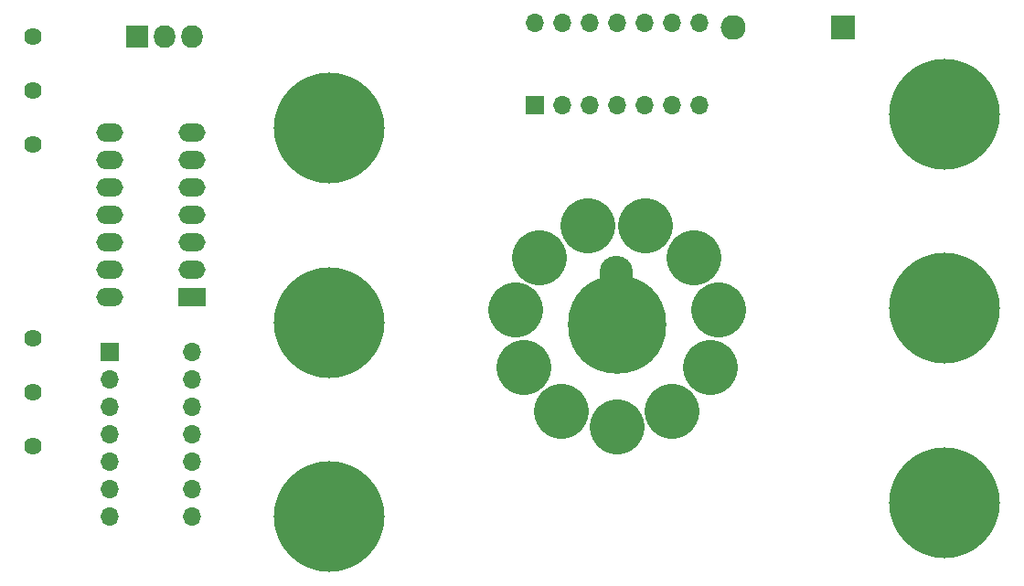
<source format=gbr>
%TF.GenerationSoftware,KiCad,Pcbnew,(5.1.5)-3*%
%TF.CreationDate,2020-11-20T20:56:13+01:00*%
%TF.ProjectId,PCB,5043422e-6b69-4636-9164-5f7063625858,rev?*%
%TF.SameCoordinates,Original*%
%TF.FileFunction,Soldermask,Bot*%
%TF.FilePolarity,Negative*%
%FSLAX46Y46*%
G04 Gerber Fmt 4.6, Leading zero omitted, Abs format (unit mm)*
G04 Created by KiCad (PCBNEW (5.1.5)-3) date 2020-11-20 20:56:13*
%MOMM*%
%LPD*%
G04 APERTURE LIST*
%ADD10O,2.300000X2.300000*%
%ADD11R,2.300000X2.300000*%
%ADD12C,10.260000*%
%ADD13O,2.500000X1.700000*%
%ADD14R,2.500000X1.700000*%
%ADD15O,1.700000X1.700000*%
%ADD16R,1.700000X1.700000*%
%ADD17O,2.005000X2.100000*%
%ADD18R,2.005000X2.100000*%
%ADD19O,3.100000X5.100000*%
%ADD20C,9.100000*%
%ADD21C,5.100000*%
%ADD22C,1.624000*%
G04 APERTURE END LIST*
D10*
%TO.C,D1*%
X165735000Y-23241000D03*
D11*
X175895000Y-23241000D03*
%TD*%
D12*
%TO.C,J4*%
X185240000Y-31300000D03*
X185240000Y-49300000D03*
X185240000Y-67300000D03*
%TD*%
D13*
%TO.C,U4*%
X107950000Y-48260000D03*
X115570000Y-33020000D03*
X107950000Y-45720000D03*
X115570000Y-35560000D03*
X107950000Y-43180000D03*
X115570000Y-38100000D03*
X107950000Y-40640000D03*
X115570000Y-40640000D03*
X107950000Y-38100000D03*
X115570000Y-43180000D03*
X107950000Y-35560000D03*
X115570000Y-45720000D03*
X107950000Y-33020000D03*
D14*
X115570000Y-48260000D03*
%TD*%
D15*
%TO.C,U3*%
X147320000Y-22860000D03*
X162560000Y-30480000D03*
X149860000Y-22860000D03*
X160020000Y-30480000D03*
X152400000Y-22860000D03*
X157480000Y-30480000D03*
X154940000Y-22860000D03*
X154940000Y-30480000D03*
X157480000Y-22860000D03*
X152400000Y-30480000D03*
X160020000Y-22860000D03*
X149860000Y-30480000D03*
X162560000Y-22860000D03*
D16*
X147320000Y-30480000D03*
%TD*%
D15*
%TO.C,U2*%
X115570000Y-53340000D03*
X107950000Y-68580000D03*
X115570000Y-55880000D03*
X107950000Y-66040000D03*
X115570000Y-58420000D03*
X107950000Y-63500000D03*
X115570000Y-60960000D03*
X107950000Y-60960000D03*
X115570000Y-63500000D03*
X107950000Y-58420000D03*
X115570000Y-66040000D03*
X107950000Y-55880000D03*
X115570000Y-68580000D03*
D16*
X107950000Y-53340000D03*
%TD*%
D17*
%TO.C,U1*%
X115570000Y-24130000D03*
X113030000Y-24130000D03*
D18*
X110490000Y-24130000D03*
%TD*%
D19*
%TO.C,Q1*%
X154863800Y-46939200D03*
D20*
X154940000Y-50800000D03*
D21*
X152262963Y-41684987D02*
X152262963Y-41684987D01*
X147759985Y-44579279D02*
X147759985Y-44579279D01*
X145536611Y-49448606D02*
X145536611Y-49448606D01*
X146298747Y-54746991D02*
X146298747Y-54746991D01*
X149804420Y-58792234D02*
X149804420Y-58792234D01*
X154940602Y-60299999D02*
X154940602Y-60299999D01*
X160076594Y-58791582D02*
X160076594Y-58791582D01*
X163581754Y-54745894D02*
X163581754Y-54745894D01*
X164343217Y-49447413D02*
X164343217Y-49447413D01*
X162119226Y-44578368D02*
X162119226Y-44578368D01*
X157615880Y-41684647D02*
X157615880Y-41684647D01*
%TD*%
D12*
%TO.C,J3*%
X128270000Y-32580000D03*
X128270000Y-50580000D03*
X128270000Y-68580000D03*
%TD*%
D22*
%TO.C,J2*%
X100890000Y-62030000D03*
X100890000Y-57030000D03*
X100890000Y-52030000D03*
%TD*%
%TO.C,J1*%
X100890000Y-34090000D03*
X100890000Y-29090000D03*
X100890000Y-24090000D03*
%TD*%
M02*

</source>
